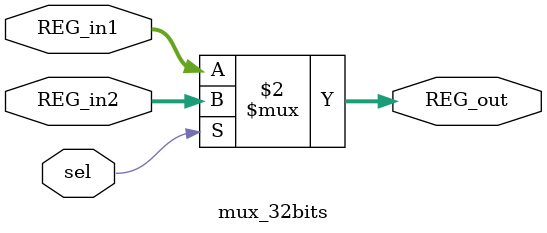
<source format=v>
module mux_32bits
	(
		input [31:0] REG_in1,
		input [31:0] REG_in2,
		input sel,
		output [31:0] REG_out
	);
	
	assign REG_out = (sel == 1'b0) ? REG_in1 : REG_in2;
	
endmodule

</source>
